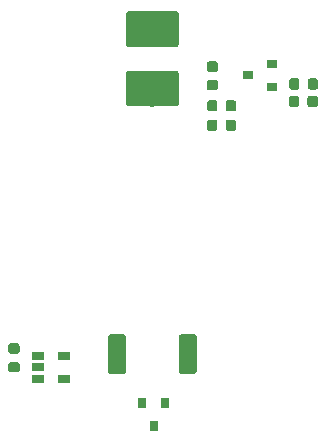
<source format=gbr>
G04 #@! TF.GenerationSoftware,KiCad,Pcbnew,5.1.4-1.fc30*
G04 #@! TF.CreationDate,2019-10-04T18:02:02+02:00*
G04 #@! TF.ProjectId,synchro2,73796e63-6872-46f3-922e-6b696361645f,rev?*
G04 #@! TF.SameCoordinates,Original*
G04 #@! TF.FileFunction,Paste,Bot*
G04 #@! TF.FilePolarity,Positive*
%FSLAX46Y46*%
G04 Gerber Fmt 4.6, Leading zero omitted, Abs format (unit mm)*
G04 Created by KiCad (PCBNEW 5.1.4-1.fc30) date 2019-10-04 18:02:02*
%MOMM*%
%LPD*%
G04 APERTURE LIST*
%ADD10R,0.900000X0.800000*%
%ADD11R,1.060000X0.650000*%
%ADD12C,0.100000*%
%ADD13C,3.025000*%
%ADD14C,0.875000*%
%ADD15C,1.525000*%
%ADD16R,0.800000X0.900000*%
G04 APERTURE END LIST*
D10*
X227200000Y-103300000D03*
X229200000Y-104250000D03*
X229200000Y-102350000D03*
D11*
X211640000Y-128970000D03*
X211640000Y-127070000D03*
X209440000Y-127070000D03*
X209440000Y-128020000D03*
X209440000Y-128970000D03*
D12*
G36*
X221099503Y-102901204D02*
G01*
X221123772Y-102904804D01*
X221147570Y-102910765D01*
X221170670Y-102919030D01*
X221192849Y-102929520D01*
X221213892Y-102942133D01*
X221233598Y-102956748D01*
X221251776Y-102973224D01*
X221268252Y-102991402D01*
X221282867Y-103011108D01*
X221295480Y-103032151D01*
X221305970Y-103054330D01*
X221314235Y-103077430D01*
X221320196Y-103101228D01*
X221323796Y-103125497D01*
X221325000Y-103150001D01*
X221325000Y-105674999D01*
X221323796Y-105699503D01*
X221320196Y-105723772D01*
X221314235Y-105747570D01*
X221305970Y-105770670D01*
X221295480Y-105792849D01*
X221282867Y-105813892D01*
X221268252Y-105833598D01*
X221251776Y-105851776D01*
X221233598Y-105868252D01*
X221213892Y-105882867D01*
X221192849Y-105895480D01*
X221170670Y-105905970D01*
X221147570Y-105914235D01*
X221123772Y-105920196D01*
X221099503Y-105923796D01*
X221074999Y-105925000D01*
X217125001Y-105925000D01*
X217100497Y-105923796D01*
X217076228Y-105920196D01*
X217052430Y-105914235D01*
X217029330Y-105905970D01*
X217007151Y-105895480D01*
X216986108Y-105882867D01*
X216966402Y-105868252D01*
X216948224Y-105851776D01*
X216931748Y-105833598D01*
X216917133Y-105813892D01*
X216904520Y-105792849D01*
X216894030Y-105770670D01*
X216885765Y-105747570D01*
X216879804Y-105723772D01*
X216876204Y-105699503D01*
X216875000Y-105674999D01*
X216875000Y-103150001D01*
X216876204Y-103125497D01*
X216879804Y-103101228D01*
X216885765Y-103077430D01*
X216894030Y-103054330D01*
X216904520Y-103032151D01*
X216917133Y-103011108D01*
X216931748Y-102991402D01*
X216948224Y-102973224D01*
X216966402Y-102956748D01*
X216986108Y-102942133D01*
X217007151Y-102929520D01*
X217029330Y-102919030D01*
X217052430Y-102910765D01*
X217076228Y-102904804D01*
X217100497Y-102901204D01*
X217125001Y-102900000D01*
X221074999Y-102900000D01*
X221099503Y-102901204D01*
X221099503Y-102901204D01*
G37*
D13*
X219100000Y-104412500D03*
D12*
G36*
X221099503Y-97876204D02*
G01*
X221123772Y-97879804D01*
X221147570Y-97885765D01*
X221170670Y-97894030D01*
X221192849Y-97904520D01*
X221213892Y-97917133D01*
X221233598Y-97931748D01*
X221251776Y-97948224D01*
X221268252Y-97966402D01*
X221282867Y-97986108D01*
X221295480Y-98007151D01*
X221305970Y-98029330D01*
X221314235Y-98052430D01*
X221320196Y-98076228D01*
X221323796Y-98100497D01*
X221325000Y-98125001D01*
X221325000Y-100649999D01*
X221323796Y-100674503D01*
X221320196Y-100698772D01*
X221314235Y-100722570D01*
X221305970Y-100745670D01*
X221295480Y-100767849D01*
X221282867Y-100788892D01*
X221268252Y-100808598D01*
X221251776Y-100826776D01*
X221233598Y-100843252D01*
X221213892Y-100857867D01*
X221192849Y-100870480D01*
X221170670Y-100880970D01*
X221147570Y-100889235D01*
X221123772Y-100895196D01*
X221099503Y-100898796D01*
X221074999Y-100900000D01*
X217125001Y-100900000D01*
X217100497Y-100898796D01*
X217076228Y-100895196D01*
X217052430Y-100889235D01*
X217029330Y-100880970D01*
X217007151Y-100870480D01*
X216986108Y-100857867D01*
X216966402Y-100843252D01*
X216948224Y-100826776D01*
X216931748Y-100808598D01*
X216917133Y-100788892D01*
X216904520Y-100767849D01*
X216894030Y-100745670D01*
X216885765Y-100722570D01*
X216879804Y-100698772D01*
X216876204Y-100674503D01*
X216875000Y-100649999D01*
X216875000Y-98125001D01*
X216876204Y-98100497D01*
X216879804Y-98076228D01*
X216885765Y-98052430D01*
X216894030Y-98029330D01*
X216904520Y-98007151D01*
X216917133Y-97986108D01*
X216931748Y-97966402D01*
X216948224Y-97948224D01*
X216966402Y-97931748D01*
X216986108Y-97917133D01*
X217007151Y-97904520D01*
X217029330Y-97894030D01*
X217052430Y-97885765D01*
X217076228Y-97879804D01*
X217100497Y-97876204D01*
X217125001Y-97875000D01*
X221074999Y-97875000D01*
X221099503Y-97876204D01*
X221099503Y-97876204D01*
G37*
D13*
X219100000Y-99387500D03*
D12*
G36*
X232927691Y-103556053D02*
G01*
X232948926Y-103559203D01*
X232969750Y-103564419D01*
X232989962Y-103571651D01*
X233009368Y-103580830D01*
X233027781Y-103591866D01*
X233045024Y-103604654D01*
X233060930Y-103619070D01*
X233075346Y-103634976D01*
X233088134Y-103652219D01*
X233099170Y-103670632D01*
X233108349Y-103690038D01*
X233115581Y-103710250D01*
X233120797Y-103731074D01*
X233123947Y-103752309D01*
X233125000Y-103773750D01*
X233125000Y-104286250D01*
X233123947Y-104307691D01*
X233120797Y-104328926D01*
X233115581Y-104349750D01*
X233108349Y-104369962D01*
X233099170Y-104389368D01*
X233088134Y-104407781D01*
X233075346Y-104425024D01*
X233060930Y-104440930D01*
X233045024Y-104455346D01*
X233027781Y-104468134D01*
X233009368Y-104479170D01*
X232989962Y-104488349D01*
X232969750Y-104495581D01*
X232948926Y-104500797D01*
X232927691Y-104503947D01*
X232906250Y-104505000D01*
X232468750Y-104505000D01*
X232447309Y-104503947D01*
X232426074Y-104500797D01*
X232405250Y-104495581D01*
X232385038Y-104488349D01*
X232365632Y-104479170D01*
X232347219Y-104468134D01*
X232329976Y-104455346D01*
X232314070Y-104440930D01*
X232299654Y-104425024D01*
X232286866Y-104407781D01*
X232275830Y-104389368D01*
X232266651Y-104369962D01*
X232259419Y-104349750D01*
X232254203Y-104328926D01*
X232251053Y-104307691D01*
X232250000Y-104286250D01*
X232250000Y-103773750D01*
X232251053Y-103752309D01*
X232254203Y-103731074D01*
X232259419Y-103710250D01*
X232266651Y-103690038D01*
X232275830Y-103670632D01*
X232286866Y-103652219D01*
X232299654Y-103634976D01*
X232314070Y-103619070D01*
X232329976Y-103604654D01*
X232347219Y-103591866D01*
X232365632Y-103580830D01*
X232385038Y-103571651D01*
X232405250Y-103564419D01*
X232426074Y-103559203D01*
X232447309Y-103556053D01*
X232468750Y-103555000D01*
X232906250Y-103555000D01*
X232927691Y-103556053D01*
X232927691Y-103556053D01*
G37*
D14*
X232687500Y-104030000D03*
D12*
G36*
X231352691Y-103556053D02*
G01*
X231373926Y-103559203D01*
X231394750Y-103564419D01*
X231414962Y-103571651D01*
X231434368Y-103580830D01*
X231452781Y-103591866D01*
X231470024Y-103604654D01*
X231485930Y-103619070D01*
X231500346Y-103634976D01*
X231513134Y-103652219D01*
X231524170Y-103670632D01*
X231533349Y-103690038D01*
X231540581Y-103710250D01*
X231545797Y-103731074D01*
X231548947Y-103752309D01*
X231550000Y-103773750D01*
X231550000Y-104286250D01*
X231548947Y-104307691D01*
X231545797Y-104328926D01*
X231540581Y-104349750D01*
X231533349Y-104369962D01*
X231524170Y-104389368D01*
X231513134Y-104407781D01*
X231500346Y-104425024D01*
X231485930Y-104440930D01*
X231470024Y-104455346D01*
X231452781Y-104468134D01*
X231434368Y-104479170D01*
X231414962Y-104488349D01*
X231394750Y-104495581D01*
X231373926Y-104500797D01*
X231352691Y-104503947D01*
X231331250Y-104505000D01*
X230893750Y-104505000D01*
X230872309Y-104503947D01*
X230851074Y-104500797D01*
X230830250Y-104495581D01*
X230810038Y-104488349D01*
X230790632Y-104479170D01*
X230772219Y-104468134D01*
X230754976Y-104455346D01*
X230739070Y-104440930D01*
X230724654Y-104425024D01*
X230711866Y-104407781D01*
X230700830Y-104389368D01*
X230691651Y-104369962D01*
X230684419Y-104349750D01*
X230679203Y-104328926D01*
X230676053Y-104307691D01*
X230675000Y-104286250D01*
X230675000Y-103773750D01*
X230676053Y-103752309D01*
X230679203Y-103731074D01*
X230684419Y-103710250D01*
X230691651Y-103690038D01*
X230700830Y-103670632D01*
X230711866Y-103652219D01*
X230724654Y-103634976D01*
X230739070Y-103619070D01*
X230754976Y-103604654D01*
X230772219Y-103591866D01*
X230790632Y-103580830D01*
X230810038Y-103571651D01*
X230830250Y-103564419D01*
X230851074Y-103559203D01*
X230872309Y-103556053D01*
X230893750Y-103555000D01*
X231331250Y-103555000D01*
X231352691Y-103556053D01*
X231352691Y-103556053D01*
G37*
D14*
X231112500Y-104030000D03*
D12*
G36*
X207657691Y-127571053D02*
G01*
X207678926Y-127574203D01*
X207699750Y-127579419D01*
X207719962Y-127586651D01*
X207739368Y-127595830D01*
X207757781Y-127606866D01*
X207775024Y-127619654D01*
X207790930Y-127634070D01*
X207805346Y-127649976D01*
X207818134Y-127667219D01*
X207829170Y-127685632D01*
X207838349Y-127705038D01*
X207845581Y-127725250D01*
X207850797Y-127746074D01*
X207853947Y-127767309D01*
X207855000Y-127788750D01*
X207855000Y-128226250D01*
X207853947Y-128247691D01*
X207850797Y-128268926D01*
X207845581Y-128289750D01*
X207838349Y-128309962D01*
X207829170Y-128329368D01*
X207818134Y-128347781D01*
X207805346Y-128365024D01*
X207790930Y-128380930D01*
X207775024Y-128395346D01*
X207757781Y-128408134D01*
X207739368Y-128419170D01*
X207719962Y-128428349D01*
X207699750Y-128435581D01*
X207678926Y-128440797D01*
X207657691Y-128443947D01*
X207636250Y-128445000D01*
X207123750Y-128445000D01*
X207102309Y-128443947D01*
X207081074Y-128440797D01*
X207060250Y-128435581D01*
X207040038Y-128428349D01*
X207020632Y-128419170D01*
X207002219Y-128408134D01*
X206984976Y-128395346D01*
X206969070Y-128380930D01*
X206954654Y-128365024D01*
X206941866Y-128347781D01*
X206930830Y-128329368D01*
X206921651Y-128309962D01*
X206914419Y-128289750D01*
X206909203Y-128268926D01*
X206906053Y-128247691D01*
X206905000Y-128226250D01*
X206905000Y-127788750D01*
X206906053Y-127767309D01*
X206909203Y-127746074D01*
X206914419Y-127725250D01*
X206921651Y-127705038D01*
X206930830Y-127685632D01*
X206941866Y-127667219D01*
X206954654Y-127649976D01*
X206969070Y-127634070D01*
X206984976Y-127619654D01*
X207002219Y-127606866D01*
X207020632Y-127595830D01*
X207040038Y-127586651D01*
X207060250Y-127579419D01*
X207081074Y-127574203D01*
X207102309Y-127571053D01*
X207123750Y-127570000D01*
X207636250Y-127570000D01*
X207657691Y-127571053D01*
X207657691Y-127571053D01*
G37*
D14*
X207380000Y-128007500D03*
D12*
G36*
X207657691Y-125996053D02*
G01*
X207678926Y-125999203D01*
X207699750Y-126004419D01*
X207719962Y-126011651D01*
X207739368Y-126020830D01*
X207757781Y-126031866D01*
X207775024Y-126044654D01*
X207790930Y-126059070D01*
X207805346Y-126074976D01*
X207818134Y-126092219D01*
X207829170Y-126110632D01*
X207838349Y-126130038D01*
X207845581Y-126150250D01*
X207850797Y-126171074D01*
X207853947Y-126192309D01*
X207855000Y-126213750D01*
X207855000Y-126651250D01*
X207853947Y-126672691D01*
X207850797Y-126693926D01*
X207845581Y-126714750D01*
X207838349Y-126734962D01*
X207829170Y-126754368D01*
X207818134Y-126772781D01*
X207805346Y-126790024D01*
X207790930Y-126805930D01*
X207775024Y-126820346D01*
X207757781Y-126833134D01*
X207739368Y-126844170D01*
X207719962Y-126853349D01*
X207699750Y-126860581D01*
X207678926Y-126865797D01*
X207657691Y-126868947D01*
X207636250Y-126870000D01*
X207123750Y-126870000D01*
X207102309Y-126868947D01*
X207081074Y-126865797D01*
X207060250Y-126860581D01*
X207040038Y-126853349D01*
X207020632Y-126844170D01*
X207002219Y-126833134D01*
X206984976Y-126820346D01*
X206969070Y-126805930D01*
X206954654Y-126790024D01*
X206941866Y-126772781D01*
X206930830Y-126754368D01*
X206921651Y-126734962D01*
X206914419Y-126714750D01*
X206909203Y-126693926D01*
X206906053Y-126672691D01*
X206905000Y-126651250D01*
X206905000Y-126213750D01*
X206906053Y-126192309D01*
X206909203Y-126171074D01*
X206914419Y-126150250D01*
X206921651Y-126130038D01*
X206930830Y-126110632D01*
X206941866Y-126092219D01*
X206954654Y-126074976D01*
X206969070Y-126059070D01*
X206984976Y-126044654D01*
X207002219Y-126031866D01*
X207020632Y-126020830D01*
X207040038Y-126011651D01*
X207060250Y-126004419D01*
X207081074Y-125999203D01*
X207102309Y-125996053D01*
X207123750Y-125995000D01*
X207636250Y-125995000D01*
X207657691Y-125996053D01*
X207657691Y-125996053D01*
G37*
D14*
X207380000Y-126432500D03*
D12*
G36*
X216649505Y-125226204D02*
G01*
X216673773Y-125229804D01*
X216697572Y-125235765D01*
X216720671Y-125244030D01*
X216742850Y-125254520D01*
X216763893Y-125267132D01*
X216783599Y-125281747D01*
X216801777Y-125298223D01*
X216818253Y-125316401D01*
X216832868Y-125336107D01*
X216845480Y-125357150D01*
X216855970Y-125379329D01*
X216864235Y-125402428D01*
X216870196Y-125426227D01*
X216873796Y-125450495D01*
X216875000Y-125474999D01*
X216875000Y-128325001D01*
X216873796Y-128349505D01*
X216870196Y-128373773D01*
X216864235Y-128397572D01*
X216855970Y-128420671D01*
X216845480Y-128442850D01*
X216832868Y-128463893D01*
X216818253Y-128483599D01*
X216801777Y-128501777D01*
X216783599Y-128518253D01*
X216763893Y-128532868D01*
X216742850Y-128545480D01*
X216720671Y-128555970D01*
X216697572Y-128564235D01*
X216673773Y-128570196D01*
X216649505Y-128573796D01*
X216625001Y-128575000D01*
X215599999Y-128575000D01*
X215575495Y-128573796D01*
X215551227Y-128570196D01*
X215527428Y-128564235D01*
X215504329Y-128555970D01*
X215482150Y-128545480D01*
X215461107Y-128532868D01*
X215441401Y-128518253D01*
X215423223Y-128501777D01*
X215406747Y-128483599D01*
X215392132Y-128463893D01*
X215379520Y-128442850D01*
X215369030Y-128420671D01*
X215360765Y-128397572D01*
X215354804Y-128373773D01*
X215351204Y-128349505D01*
X215350000Y-128325001D01*
X215350000Y-125474999D01*
X215351204Y-125450495D01*
X215354804Y-125426227D01*
X215360765Y-125402428D01*
X215369030Y-125379329D01*
X215379520Y-125357150D01*
X215392132Y-125336107D01*
X215406747Y-125316401D01*
X215423223Y-125298223D01*
X215441401Y-125281747D01*
X215461107Y-125267132D01*
X215482150Y-125254520D01*
X215504329Y-125244030D01*
X215527428Y-125235765D01*
X215551227Y-125229804D01*
X215575495Y-125226204D01*
X215599999Y-125225000D01*
X216625001Y-125225000D01*
X216649505Y-125226204D01*
X216649505Y-125226204D01*
G37*
D15*
X216112500Y-126900000D03*
D12*
G36*
X222624505Y-125226204D02*
G01*
X222648773Y-125229804D01*
X222672572Y-125235765D01*
X222695671Y-125244030D01*
X222717850Y-125254520D01*
X222738893Y-125267132D01*
X222758599Y-125281747D01*
X222776777Y-125298223D01*
X222793253Y-125316401D01*
X222807868Y-125336107D01*
X222820480Y-125357150D01*
X222830970Y-125379329D01*
X222839235Y-125402428D01*
X222845196Y-125426227D01*
X222848796Y-125450495D01*
X222850000Y-125474999D01*
X222850000Y-128325001D01*
X222848796Y-128349505D01*
X222845196Y-128373773D01*
X222839235Y-128397572D01*
X222830970Y-128420671D01*
X222820480Y-128442850D01*
X222807868Y-128463893D01*
X222793253Y-128483599D01*
X222776777Y-128501777D01*
X222758599Y-128518253D01*
X222738893Y-128532868D01*
X222717850Y-128545480D01*
X222695671Y-128555970D01*
X222672572Y-128564235D01*
X222648773Y-128570196D01*
X222624505Y-128573796D01*
X222600001Y-128575000D01*
X221574999Y-128575000D01*
X221550495Y-128573796D01*
X221526227Y-128570196D01*
X221502428Y-128564235D01*
X221479329Y-128555970D01*
X221457150Y-128545480D01*
X221436107Y-128532868D01*
X221416401Y-128518253D01*
X221398223Y-128501777D01*
X221381747Y-128483599D01*
X221367132Y-128463893D01*
X221354520Y-128442850D01*
X221344030Y-128420671D01*
X221335765Y-128397572D01*
X221329804Y-128373773D01*
X221326204Y-128349505D01*
X221325000Y-128325001D01*
X221325000Y-125474999D01*
X221326204Y-125450495D01*
X221329804Y-125426227D01*
X221335765Y-125402428D01*
X221344030Y-125379329D01*
X221354520Y-125357150D01*
X221367132Y-125336107D01*
X221381747Y-125316401D01*
X221398223Y-125298223D01*
X221416401Y-125281747D01*
X221436107Y-125267132D01*
X221457150Y-125254520D01*
X221479329Y-125244030D01*
X221502428Y-125235765D01*
X221526227Y-125229804D01*
X221550495Y-125226204D01*
X221574999Y-125225000D01*
X222600001Y-125225000D01*
X222624505Y-125226204D01*
X222624505Y-125226204D01*
G37*
D15*
X222087500Y-126900000D03*
D16*
X218250000Y-131000000D03*
X220150000Y-131000000D03*
X219200000Y-133000000D03*
D12*
G36*
X231322691Y-105036053D02*
G01*
X231343926Y-105039203D01*
X231364750Y-105044419D01*
X231384962Y-105051651D01*
X231404368Y-105060830D01*
X231422781Y-105071866D01*
X231440024Y-105084654D01*
X231455930Y-105099070D01*
X231470346Y-105114976D01*
X231483134Y-105132219D01*
X231494170Y-105150632D01*
X231503349Y-105170038D01*
X231510581Y-105190250D01*
X231515797Y-105211074D01*
X231518947Y-105232309D01*
X231520000Y-105253750D01*
X231520000Y-105766250D01*
X231518947Y-105787691D01*
X231515797Y-105808926D01*
X231510581Y-105829750D01*
X231503349Y-105849962D01*
X231494170Y-105869368D01*
X231483134Y-105887781D01*
X231470346Y-105905024D01*
X231455930Y-105920930D01*
X231440024Y-105935346D01*
X231422781Y-105948134D01*
X231404368Y-105959170D01*
X231384962Y-105968349D01*
X231364750Y-105975581D01*
X231343926Y-105980797D01*
X231322691Y-105983947D01*
X231301250Y-105985000D01*
X230863750Y-105985000D01*
X230842309Y-105983947D01*
X230821074Y-105980797D01*
X230800250Y-105975581D01*
X230780038Y-105968349D01*
X230760632Y-105959170D01*
X230742219Y-105948134D01*
X230724976Y-105935346D01*
X230709070Y-105920930D01*
X230694654Y-105905024D01*
X230681866Y-105887781D01*
X230670830Y-105869368D01*
X230661651Y-105849962D01*
X230654419Y-105829750D01*
X230649203Y-105808926D01*
X230646053Y-105787691D01*
X230645000Y-105766250D01*
X230645000Y-105253750D01*
X230646053Y-105232309D01*
X230649203Y-105211074D01*
X230654419Y-105190250D01*
X230661651Y-105170038D01*
X230670830Y-105150632D01*
X230681866Y-105132219D01*
X230694654Y-105114976D01*
X230709070Y-105099070D01*
X230724976Y-105084654D01*
X230742219Y-105071866D01*
X230760632Y-105060830D01*
X230780038Y-105051651D01*
X230800250Y-105044419D01*
X230821074Y-105039203D01*
X230842309Y-105036053D01*
X230863750Y-105035000D01*
X231301250Y-105035000D01*
X231322691Y-105036053D01*
X231322691Y-105036053D01*
G37*
D14*
X231082500Y-105510000D03*
D12*
G36*
X232897691Y-105036053D02*
G01*
X232918926Y-105039203D01*
X232939750Y-105044419D01*
X232959962Y-105051651D01*
X232979368Y-105060830D01*
X232997781Y-105071866D01*
X233015024Y-105084654D01*
X233030930Y-105099070D01*
X233045346Y-105114976D01*
X233058134Y-105132219D01*
X233069170Y-105150632D01*
X233078349Y-105170038D01*
X233085581Y-105190250D01*
X233090797Y-105211074D01*
X233093947Y-105232309D01*
X233095000Y-105253750D01*
X233095000Y-105766250D01*
X233093947Y-105787691D01*
X233090797Y-105808926D01*
X233085581Y-105829750D01*
X233078349Y-105849962D01*
X233069170Y-105869368D01*
X233058134Y-105887781D01*
X233045346Y-105905024D01*
X233030930Y-105920930D01*
X233015024Y-105935346D01*
X232997781Y-105948134D01*
X232979368Y-105959170D01*
X232959962Y-105968349D01*
X232939750Y-105975581D01*
X232918926Y-105980797D01*
X232897691Y-105983947D01*
X232876250Y-105985000D01*
X232438750Y-105985000D01*
X232417309Y-105983947D01*
X232396074Y-105980797D01*
X232375250Y-105975581D01*
X232355038Y-105968349D01*
X232335632Y-105959170D01*
X232317219Y-105948134D01*
X232299976Y-105935346D01*
X232284070Y-105920930D01*
X232269654Y-105905024D01*
X232256866Y-105887781D01*
X232245830Y-105869368D01*
X232236651Y-105849962D01*
X232229419Y-105829750D01*
X232224203Y-105808926D01*
X232221053Y-105787691D01*
X232220000Y-105766250D01*
X232220000Y-105253750D01*
X232221053Y-105232309D01*
X232224203Y-105211074D01*
X232229419Y-105190250D01*
X232236651Y-105170038D01*
X232245830Y-105150632D01*
X232256866Y-105132219D01*
X232269654Y-105114976D01*
X232284070Y-105099070D01*
X232299976Y-105084654D01*
X232317219Y-105071866D01*
X232335632Y-105060830D01*
X232355038Y-105051651D01*
X232375250Y-105044419D01*
X232396074Y-105039203D01*
X232417309Y-105036053D01*
X232438750Y-105035000D01*
X232876250Y-105035000D01*
X232897691Y-105036053D01*
X232897691Y-105036053D01*
G37*
D14*
X232657500Y-105510000D03*
D12*
G36*
X224457691Y-103691053D02*
G01*
X224478926Y-103694203D01*
X224499750Y-103699419D01*
X224519962Y-103706651D01*
X224539368Y-103715830D01*
X224557781Y-103726866D01*
X224575024Y-103739654D01*
X224590930Y-103754070D01*
X224605346Y-103769976D01*
X224618134Y-103787219D01*
X224629170Y-103805632D01*
X224638349Y-103825038D01*
X224645581Y-103845250D01*
X224650797Y-103866074D01*
X224653947Y-103887309D01*
X224655000Y-103908750D01*
X224655000Y-104346250D01*
X224653947Y-104367691D01*
X224650797Y-104388926D01*
X224645581Y-104409750D01*
X224638349Y-104429962D01*
X224629170Y-104449368D01*
X224618134Y-104467781D01*
X224605346Y-104485024D01*
X224590930Y-104500930D01*
X224575024Y-104515346D01*
X224557781Y-104528134D01*
X224539368Y-104539170D01*
X224519962Y-104548349D01*
X224499750Y-104555581D01*
X224478926Y-104560797D01*
X224457691Y-104563947D01*
X224436250Y-104565000D01*
X223923750Y-104565000D01*
X223902309Y-104563947D01*
X223881074Y-104560797D01*
X223860250Y-104555581D01*
X223840038Y-104548349D01*
X223820632Y-104539170D01*
X223802219Y-104528134D01*
X223784976Y-104515346D01*
X223769070Y-104500930D01*
X223754654Y-104485024D01*
X223741866Y-104467781D01*
X223730830Y-104449368D01*
X223721651Y-104429962D01*
X223714419Y-104409750D01*
X223709203Y-104388926D01*
X223706053Y-104367691D01*
X223705000Y-104346250D01*
X223705000Y-103908750D01*
X223706053Y-103887309D01*
X223709203Y-103866074D01*
X223714419Y-103845250D01*
X223721651Y-103825038D01*
X223730830Y-103805632D01*
X223741866Y-103787219D01*
X223754654Y-103769976D01*
X223769070Y-103754070D01*
X223784976Y-103739654D01*
X223802219Y-103726866D01*
X223820632Y-103715830D01*
X223840038Y-103706651D01*
X223860250Y-103699419D01*
X223881074Y-103694203D01*
X223902309Y-103691053D01*
X223923750Y-103690000D01*
X224436250Y-103690000D01*
X224457691Y-103691053D01*
X224457691Y-103691053D01*
G37*
D14*
X224180000Y-104127500D03*
D12*
G36*
X224457691Y-102116053D02*
G01*
X224478926Y-102119203D01*
X224499750Y-102124419D01*
X224519962Y-102131651D01*
X224539368Y-102140830D01*
X224557781Y-102151866D01*
X224575024Y-102164654D01*
X224590930Y-102179070D01*
X224605346Y-102194976D01*
X224618134Y-102212219D01*
X224629170Y-102230632D01*
X224638349Y-102250038D01*
X224645581Y-102270250D01*
X224650797Y-102291074D01*
X224653947Y-102312309D01*
X224655000Y-102333750D01*
X224655000Y-102771250D01*
X224653947Y-102792691D01*
X224650797Y-102813926D01*
X224645581Y-102834750D01*
X224638349Y-102854962D01*
X224629170Y-102874368D01*
X224618134Y-102892781D01*
X224605346Y-102910024D01*
X224590930Y-102925930D01*
X224575024Y-102940346D01*
X224557781Y-102953134D01*
X224539368Y-102964170D01*
X224519962Y-102973349D01*
X224499750Y-102980581D01*
X224478926Y-102985797D01*
X224457691Y-102988947D01*
X224436250Y-102990000D01*
X223923750Y-102990000D01*
X223902309Y-102988947D01*
X223881074Y-102985797D01*
X223860250Y-102980581D01*
X223840038Y-102973349D01*
X223820632Y-102964170D01*
X223802219Y-102953134D01*
X223784976Y-102940346D01*
X223769070Y-102925930D01*
X223754654Y-102910024D01*
X223741866Y-102892781D01*
X223730830Y-102874368D01*
X223721651Y-102854962D01*
X223714419Y-102834750D01*
X223709203Y-102813926D01*
X223706053Y-102792691D01*
X223705000Y-102771250D01*
X223705000Y-102333750D01*
X223706053Y-102312309D01*
X223709203Y-102291074D01*
X223714419Y-102270250D01*
X223721651Y-102250038D01*
X223730830Y-102230632D01*
X223741866Y-102212219D01*
X223754654Y-102194976D01*
X223769070Y-102179070D01*
X223784976Y-102164654D01*
X223802219Y-102151866D01*
X223820632Y-102140830D01*
X223840038Y-102131651D01*
X223860250Y-102124419D01*
X223881074Y-102119203D01*
X223902309Y-102116053D01*
X223923750Y-102115000D01*
X224436250Y-102115000D01*
X224457691Y-102116053D01*
X224457691Y-102116053D01*
G37*
D14*
X224180000Y-102552500D03*
D12*
G36*
X224412691Y-105406053D02*
G01*
X224433926Y-105409203D01*
X224454750Y-105414419D01*
X224474962Y-105421651D01*
X224494368Y-105430830D01*
X224512781Y-105441866D01*
X224530024Y-105454654D01*
X224545930Y-105469070D01*
X224560346Y-105484976D01*
X224573134Y-105502219D01*
X224584170Y-105520632D01*
X224593349Y-105540038D01*
X224600581Y-105560250D01*
X224605797Y-105581074D01*
X224608947Y-105602309D01*
X224610000Y-105623750D01*
X224610000Y-106136250D01*
X224608947Y-106157691D01*
X224605797Y-106178926D01*
X224600581Y-106199750D01*
X224593349Y-106219962D01*
X224584170Y-106239368D01*
X224573134Y-106257781D01*
X224560346Y-106275024D01*
X224545930Y-106290930D01*
X224530024Y-106305346D01*
X224512781Y-106318134D01*
X224494368Y-106329170D01*
X224474962Y-106338349D01*
X224454750Y-106345581D01*
X224433926Y-106350797D01*
X224412691Y-106353947D01*
X224391250Y-106355000D01*
X223953750Y-106355000D01*
X223932309Y-106353947D01*
X223911074Y-106350797D01*
X223890250Y-106345581D01*
X223870038Y-106338349D01*
X223850632Y-106329170D01*
X223832219Y-106318134D01*
X223814976Y-106305346D01*
X223799070Y-106290930D01*
X223784654Y-106275024D01*
X223771866Y-106257781D01*
X223760830Y-106239368D01*
X223751651Y-106219962D01*
X223744419Y-106199750D01*
X223739203Y-106178926D01*
X223736053Y-106157691D01*
X223735000Y-106136250D01*
X223735000Y-105623750D01*
X223736053Y-105602309D01*
X223739203Y-105581074D01*
X223744419Y-105560250D01*
X223751651Y-105540038D01*
X223760830Y-105520632D01*
X223771866Y-105502219D01*
X223784654Y-105484976D01*
X223799070Y-105469070D01*
X223814976Y-105454654D01*
X223832219Y-105441866D01*
X223850632Y-105430830D01*
X223870038Y-105421651D01*
X223890250Y-105414419D01*
X223911074Y-105409203D01*
X223932309Y-105406053D01*
X223953750Y-105405000D01*
X224391250Y-105405000D01*
X224412691Y-105406053D01*
X224412691Y-105406053D01*
G37*
D14*
X224172500Y-105880000D03*
D12*
G36*
X225987691Y-105406053D02*
G01*
X226008926Y-105409203D01*
X226029750Y-105414419D01*
X226049962Y-105421651D01*
X226069368Y-105430830D01*
X226087781Y-105441866D01*
X226105024Y-105454654D01*
X226120930Y-105469070D01*
X226135346Y-105484976D01*
X226148134Y-105502219D01*
X226159170Y-105520632D01*
X226168349Y-105540038D01*
X226175581Y-105560250D01*
X226180797Y-105581074D01*
X226183947Y-105602309D01*
X226185000Y-105623750D01*
X226185000Y-106136250D01*
X226183947Y-106157691D01*
X226180797Y-106178926D01*
X226175581Y-106199750D01*
X226168349Y-106219962D01*
X226159170Y-106239368D01*
X226148134Y-106257781D01*
X226135346Y-106275024D01*
X226120930Y-106290930D01*
X226105024Y-106305346D01*
X226087781Y-106318134D01*
X226069368Y-106329170D01*
X226049962Y-106338349D01*
X226029750Y-106345581D01*
X226008926Y-106350797D01*
X225987691Y-106353947D01*
X225966250Y-106355000D01*
X225528750Y-106355000D01*
X225507309Y-106353947D01*
X225486074Y-106350797D01*
X225465250Y-106345581D01*
X225445038Y-106338349D01*
X225425632Y-106329170D01*
X225407219Y-106318134D01*
X225389976Y-106305346D01*
X225374070Y-106290930D01*
X225359654Y-106275024D01*
X225346866Y-106257781D01*
X225335830Y-106239368D01*
X225326651Y-106219962D01*
X225319419Y-106199750D01*
X225314203Y-106178926D01*
X225311053Y-106157691D01*
X225310000Y-106136250D01*
X225310000Y-105623750D01*
X225311053Y-105602309D01*
X225314203Y-105581074D01*
X225319419Y-105560250D01*
X225326651Y-105540038D01*
X225335830Y-105520632D01*
X225346866Y-105502219D01*
X225359654Y-105484976D01*
X225374070Y-105469070D01*
X225389976Y-105454654D01*
X225407219Y-105441866D01*
X225425632Y-105430830D01*
X225445038Y-105421651D01*
X225465250Y-105414419D01*
X225486074Y-105409203D01*
X225507309Y-105406053D01*
X225528750Y-105405000D01*
X225966250Y-105405000D01*
X225987691Y-105406053D01*
X225987691Y-105406053D01*
G37*
D14*
X225747500Y-105880000D03*
D12*
G36*
X224402691Y-107056053D02*
G01*
X224423926Y-107059203D01*
X224444750Y-107064419D01*
X224464962Y-107071651D01*
X224484368Y-107080830D01*
X224502781Y-107091866D01*
X224520024Y-107104654D01*
X224535930Y-107119070D01*
X224550346Y-107134976D01*
X224563134Y-107152219D01*
X224574170Y-107170632D01*
X224583349Y-107190038D01*
X224590581Y-107210250D01*
X224595797Y-107231074D01*
X224598947Y-107252309D01*
X224600000Y-107273750D01*
X224600000Y-107786250D01*
X224598947Y-107807691D01*
X224595797Y-107828926D01*
X224590581Y-107849750D01*
X224583349Y-107869962D01*
X224574170Y-107889368D01*
X224563134Y-107907781D01*
X224550346Y-107925024D01*
X224535930Y-107940930D01*
X224520024Y-107955346D01*
X224502781Y-107968134D01*
X224484368Y-107979170D01*
X224464962Y-107988349D01*
X224444750Y-107995581D01*
X224423926Y-108000797D01*
X224402691Y-108003947D01*
X224381250Y-108005000D01*
X223943750Y-108005000D01*
X223922309Y-108003947D01*
X223901074Y-108000797D01*
X223880250Y-107995581D01*
X223860038Y-107988349D01*
X223840632Y-107979170D01*
X223822219Y-107968134D01*
X223804976Y-107955346D01*
X223789070Y-107940930D01*
X223774654Y-107925024D01*
X223761866Y-107907781D01*
X223750830Y-107889368D01*
X223741651Y-107869962D01*
X223734419Y-107849750D01*
X223729203Y-107828926D01*
X223726053Y-107807691D01*
X223725000Y-107786250D01*
X223725000Y-107273750D01*
X223726053Y-107252309D01*
X223729203Y-107231074D01*
X223734419Y-107210250D01*
X223741651Y-107190038D01*
X223750830Y-107170632D01*
X223761866Y-107152219D01*
X223774654Y-107134976D01*
X223789070Y-107119070D01*
X223804976Y-107104654D01*
X223822219Y-107091866D01*
X223840632Y-107080830D01*
X223860038Y-107071651D01*
X223880250Y-107064419D01*
X223901074Y-107059203D01*
X223922309Y-107056053D01*
X223943750Y-107055000D01*
X224381250Y-107055000D01*
X224402691Y-107056053D01*
X224402691Y-107056053D01*
G37*
D14*
X224162500Y-107530000D03*
D12*
G36*
X225977691Y-107056053D02*
G01*
X225998926Y-107059203D01*
X226019750Y-107064419D01*
X226039962Y-107071651D01*
X226059368Y-107080830D01*
X226077781Y-107091866D01*
X226095024Y-107104654D01*
X226110930Y-107119070D01*
X226125346Y-107134976D01*
X226138134Y-107152219D01*
X226149170Y-107170632D01*
X226158349Y-107190038D01*
X226165581Y-107210250D01*
X226170797Y-107231074D01*
X226173947Y-107252309D01*
X226175000Y-107273750D01*
X226175000Y-107786250D01*
X226173947Y-107807691D01*
X226170797Y-107828926D01*
X226165581Y-107849750D01*
X226158349Y-107869962D01*
X226149170Y-107889368D01*
X226138134Y-107907781D01*
X226125346Y-107925024D01*
X226110930Y-107940930D01*
X226095024Y-107955346D01*
X226077781Y-107968134D01*
X226059368Y-107979170D01*
X226039962Y-107988349D01*
X226019750Y-107995581D01*
X225998926Y-108000797D01*
X225977691Y-108003947D01*
X225956250Y-108005000D01*
X225518750Y-108005000D01*
X225497309Y-108003947D01*
X225476074Y-108000797D01*
X225455250Y-107995581D01*
X225435038Y-107988349D01*
X225415632Y-107979170D01*
X225397219Y-107968134D01*
X225379976Y-107955346D01*
X225364070Y-107940930D01*
X225349654Y-107925024D01*
X225336866Y-107907781D01*
X225325830Y-107889368D01*
X225316651Y-107869962D01*
X225309419Y-107849750D01*
X225304203Y-107828926D01*
X225301053Y-107807691D01*
X225300000Y-107786250D01*
X225300000Y-107273750D01*
X225301053Y-107252309D01*
X225304203Y-107231074D01*
X225309419Y-107210250D01*
X225316651Y-107190038D01*
X225325830Y-107170632D01*
X225336866Y-107152219D01*
X225349654Y-107134976D01*
X225364070Y-107119070D01*
X225379976Y-107104654D01*
X225397219Y-107091866D01*
X225415632Y-107080830D01*
X225435038Y-107071651D01*
X225455250Y-107064419D01*
X225476074Y-107059203D01*
X225497309Y-107056053D01*
X225518750Y-107055000D01*
X225956250Y-107055000D01*
X225977691Y-107056053D01*
X225977691Y-107056053D01*
G37*
D14*
X225737500Y-107530000D03*
M02*

</source>
